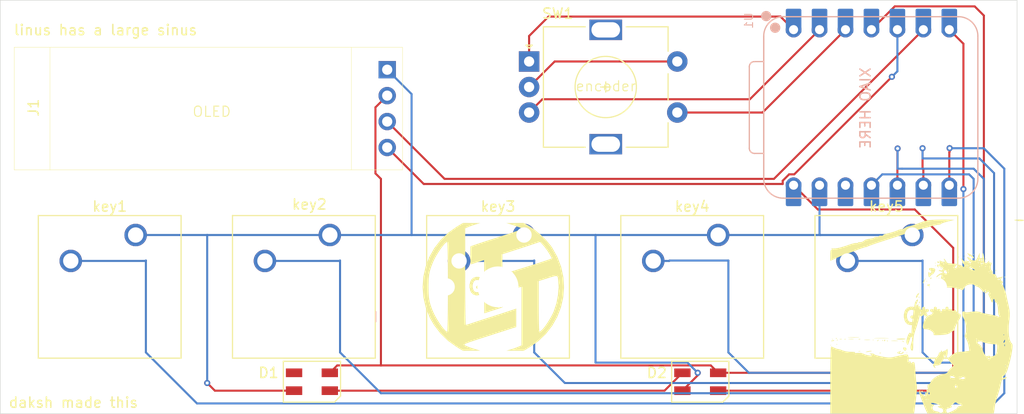
<source format=kicad_pcb>
(kicad_pcb (version 20241229) (generator "pcbnew") (generator_version "9.0")
  (layers (0 "F.Cu" signal) (2 "B.Cu" signal) (13 "F.Paste" user) (15 "B.Paste" user) (5 "F.SilkS" user "F.Silkscreen") (7 "B.SilkS" user "B.Silkscreen") (1 "F.Mask" user) (3 "B.Mask" user) (25 "Edge.Cuts" user))
  (net 0 "")
  (net 1 "Net-(D1-DIN)")
  (net 2 "GND")
  (net 4 "+5V")
  (net 5 "Net-(D2-DIN)")
  (net 6 "Net-(U1-GPIO2{slash}SCK)")
  (net 7 "Net-(U1-GPIO4{slash}MISO)")
  (net 8 "Net-(U1-GPIO3{slash}MOSI)")
  (net 9 "Net-(U1-GPIO1{slash}RX)")
  (net 10 "Net-(U1-GPIO28{slash}ADC2{slash}A2)")
  (net 11 "Net-(U1-GPIO26{slash}ADC0{slash}A0)")
  (net 12 "Net-(J1-Pin_4)")
  (net 13 "Net-(U1-GPIO27{slash}ADC1{slash}A1)")
  (net 14 "Net-(J1-Pin_3)")
  (net 15 "Net-(U1-GPIO0{slash}TX)")
  (net 17 "Net-(SW1-PadC)")
  (footprint "OLED display:SSD1306-0.91-OLED-4pin-128x32" (layer "F.Cu") (at 73.115 85.115)
    (property "Reference" "J1" (at 1.9 5.91 90) (layer "F.SilkS"))
    (property "Value" "Conn_01x04_Pin")
    (pad "1" thru_hole rect (at 36.5 2.19) (size 1.7 1.7) (drill 1) (layers "*.Cu" "*.Mask") (net 2 "GND"))
    (pad "2" thru_hole oval (at 36.5 4.73) (size 1.7 1.7) (drill 1) (layers "*.Cu" "*.Mask") (net 4 "+5V"))
    (pad "3" thru_hole oval (at 36.5 7.27) (size 1.7 1.7) (drill 1) (layers "*.Cu" "*.Mask") (net 14 "Net-(J1-Pin_3)"))
    (pad "4" thru_hole oval (at 36.5 9.81) (size 1.7 1.7) (drill 1) (layers "*.Cu" "*.Mask") (net 12 "Net-(J1-Pin_4)"))
  )
  (footprint "Button_Switch_Keyboard:SW_Cherry_MX_1.00u_PCB" (layer "F.Cu") (at 104 103.5)
    (property "Reference" "Stop1" (hide yes))
    (property "Value" "SW_Push" (hide yes))
    (pad "" np_thru_hole circle (at -7.62 5.08) (size 1.7 1.7) (drill 1.7) (layers "*.Cu" "*.Mask"))
    (pad "" np_thru_hole circle (at -2.54 5.08) (size 4 4) (drill 4) (layers "*.Cu" "*.Mask"))
    (pad "" np_thru_hole circle (at 2.54 5.08) (size 1.7 1.7) (drill 1.7) (layers "*.Cu" "*.Mask"))
    (pad "1" thru_hole circle (at 0 0) (size 2.2 2.2) (drill 1.5) (layers "*.Cu" "*.Mask") (net 2 "GND"))
    (pad "2" thru_hole circle (at -6.35 2.54) (size 2.2 2.2) (drill 1.5) (layers "*.Cu" "*.Mask") (net 6 "Net-(U1-GPIO2{slash}SCK)"))
  )
  (footprint "LOGO" (layer "F.Cu") (at 120 108.58)
    (property "Reference" "G***" (at 0 0 0) (layer "F.SilkS") (effects (font (size 1.5 1.5) (thickness 0.3))))
    (property "Value" "LOGO" (hide yes))
  )
  (footprint "Button_Switch_Keyboard:SW_Cherry_MX_1.00u_PCB" (layer "F.Cu") (at 85 103.5)
    (property "Reference" "key1" (at -2.54 -2.794 0) (layer "F.SilkS"))
    (property "Value" "SW_Push" (hide yes))
    (pad "" np_thru_hole circle (at -7.62 5.08) (size 1.7 1.7) (drill 1.7) (layers "*.Cu" "*.Mask"))
    (pad "" np_thru_hole circle (at -2.54 5.08) (size 4 4) (drill 4) (layers "*.Cu" "*.Mask"))
    (pad "" np_thru_hole circle (at 2.54 5.08) (size 1.7 1.7) (drill 1.7) (layers "*.Cu" "*.Mask"))
    (pad "1" thru_hole circle (at 0 0) (size 2.2 2.2) (drill 1.5) (layers "*.Cu" "*.Mask") (net 2 "GND"))
    (pad "2" thru_hole circle (at -6.35 2.54) (size 2.2 2.2) (drill 1.5) (layers "*.Cu" "*.Mask") (net 9 "Net-(U1-GPIO1{slash}RX)"))
  )
  (footprint "Button_Switch_Keyboard:SW_Cherry_MX_1.00u_PCB" (layer "F.Cu") (at 161 103.5)
    (property "Reference" "key5" (at -2.54 -2.794 0) (layer "F.SilkS"))
    (property "Value" "SW_Push" (hide yes))
    (pad "" np_thru_hole circle (at -7.62 5.08) (size 1.7 1.7) (drill 1.7) (layers "*.Cu" "*.Mask"))
    (pad "" np_thru_hole circle (at -2.54 5.08) (size 4 4) (drill 4) (layers "*.Cu" "*.Mask"))
    (pad "" np_thru_hole circle (at 2.54 5.08) (size 1.7 1.7) (drill 1.7) (layers "*.Cu" "*.Mask"))
    (pad "1" thru_hole circle (at 0 0) (size 2.2 2.2) (drill 1.5) (layers "*.Cu" "*.Mask") (net 2 "GND"))
    (pad "2" thru_hole circle (at -6.35 2.54) (size 2.2 2.2) (drill 1.5) (layers "*.Cu" "*.Mask") (net 15 "Net-(U1-GPIO0{slash}TX)"))
  )
  (footprint "Button_Switch_Keyboard:SW_Cherry_MX_1.00u_PCB" (layer "F.Cu") (at 123 103.5)
    (property "Reference" "Continue1" (hide yes))
    (property "Value" "SW_Push" (hide yes))
    (fp_text user "key3" (at -2.54 -2.794 0) (layer "F.SilkS"))
    (pad "" np_thru_hole circle (at -7.62 5.08) (size 1.7 1.7) (drill 1.7) (layers "*.Cu" "*.Mask"))
    (pad "" np_thru_hole circle (at -2.54 5.08) (size 4 4) (drill 4) (layers "*.Cu" "*.Mask"))
    (pad "" np_thru_hole circle (at 2.54 5.08) (size 1.7 1.7) (drill 1.7) (layers "*.Cu" "*.Mask"))
    (pad "1" thru_hole circle (at 0 0) (size 2.2 2.2) (drill 1.5) (layers "*.Cu" "*.Mask") (net 2 "GND"))
    (pad "2" thru_hole circle (at -6.35 2.54) (size 2.2 2.2) (drill 1.5) (layers "*.Cu" "*.Mask") (net 7 "Net-(U1-GPIO4{slash}MISO)"))
  )
  (footprint "Rotary_Encoder:RotaryEncoder_Alps_EC11E-Switch_Vertical_H20mm" (layer "F.Cu") (at 123.5 86.5)
    (property "Reference" "SW1" (at 2.8 -4.7 0) (layer "F.SilkS"))
    (property "Value" "RotaryEncoder_Switch")
    (pad "A" thru_hole rect (at 0 0) (size 2 2) (drill 1) (layers "*.Cu" "*.Mask") (net 11 "Net-(U1-GPIO26{slash}ADC0{slash}A0)"))
    (pad "B" thru_hole circle (at 0 5) (size 2 2) (drill 1) (layers "*.Cu" "*.Mask") (net 13 "Net-(U1-GPIO27{slash}ADC1{slash}A1)"))
    (pad "C" thru_hole circle (at 0 2.5) (size 2 2) (drill 1) (layers "*.Cu" "*.Mask") (net 17 "Net-(SW1-PadC)"))
    (pad "MP" thru_hole rect (at 7.5 -3.1) (size 3.2 2) (drill oval 2.8 1.5) (layers "*.Cu" "*.Mask"))
    (pad "MP" thru_hole rect (at 7.5 8.1) (size 3.2 2) (drill oval 2.8 1.5) (layers "*.Cu" "*.Mask"))
    (pad "S1" thru_hole circle (at 14.5 5) (size 2 2) (drill 1) (layers "*.Cu" "*.Mask") (net 10 "Net-(U1-GPIO28{slash}ADC2{slash}A2)"))
    (pad "S2" thru_hole circle (at 14.5 0) (size 2 2) (drill 1) (layers "*.Cu" "*.Mask") (net 17 "Net-(SW1-PadC)"))
  )
  (footprint "LOGO" (layer "F.Cu") (at 162.5 111.5)
    (property "Reference" "G***" (at 0 0 0) (layer "F.SilkS") (effects (font (size 1.5 1.5) (thickness 0.3))))
    (property "Value" "LOGO" (hide yes))
  )
  (footprint "LED_SMD:LED_SK6812MINI_PLCC4_3.5x3.5mm_P1.75mm" (layer "F.Cu") (at 140.25 117.875)
    (property "Reference" "D2" (at -4.25 -0.875 0) (layer "F.SilkS"))
    (property "Value" "SK6812MINI" (hide yes))
    (pad "1" smd rect (at -1.75 -0.875) (size 1.6 0.85) (layers "F.Cu" "F.Mask" "F.Paste") (net 1 "Net-(D1-DIN)"))
    (pad "2" smd rect (at -1.75 0.875) (size 1.6 0.85) (layers "F.Cu" "F.Mask" "F.Paste") (net 2 "GND"))
    (pad "3" smd rect (at 1.75 0.875) (size 1.6 0.85) (layers "F.Cu" "F.Mask" "F.Paste") (net 5 "Net-(D2-DIN)"))
    (pad "4" smd rect (at 1.75 -0.875) (size 1.6 0.85) (layers "F.Cu" "F.Mask" "F.Paste") (net 4 "+5V"))
  )
  (footprint "LED_SMD:LED_SK6812MINI_PLCC4_3.5x3.5mm_P1.75mm" (layer "F.Cu") (at 102.25 117.875)
    (property "Reference" "D1" (at -4.25 -0.875 0) (layer "F.SilkS"))
    (property "Value" "SK6812MINI" (hide yes))
    (pad "1" smd rect (at -1.75 -0.875) (size 1.6 0.85) (layers "F.Cu" "F.Mask" "F.Paste"))
    (pad "2" smd rect (at -1.75 0.875) (size 1.6 0.85) (layers "F.Cu" "F.Mask" "F.Paste") (net 2 "GND"))
    (pad "3" smd rect (at 1.75 0.875) (size 1.6 0.85) (layers "F.Cu" "F.Mask" "F.Paste") (net 1 "Net-(D1-DIN)"))
    (pad "4" smd rect (at 1.75 -0.875) (size 1.6 0.85) (layers "F.Cu" "F.Mask" "F.Paste") (net 4 "+5V"))
  )
  (footprint "Button_Switch_Keyboard:SW_Cherry_MX_1.00u_PCB" (layer "F.Cu") (at 142 103.5)
    (property "Reference" "key4" (at -2.54 -2.794 0) (layer "F.SilkS"))
    (property "Value" "SW_Push" (hide yes))
    (pad "" np_thru_hole circle (at -7.62 5.08) (size 1.7 1.7) (drill 1.7) (layers "*.Cu" "*.Mask"))
    (pad "" np_thru_hole circle (at -2.54 5.08) (size 4 4) (drill 4) (layers "*.Cu" "*.Mask"))
    (pad "" np_thru_hole circle (at 2.54 5.08) (size 1.7 1.7) (drill 1.7) (layers "*.Cu" "*.Mask"))
    (pad "1" thru_hole circle (at 0 0) (size 2.2 2.2) (drill 1.5) (layers "*.Cu" "*.Mask") (net 2 "GND"))
    (pad "2" thru_hole circle (at -6.35 2.54) (size 2.2 2.2) (drill 1.5) (layers "*.Cu" "*.Mask") (net 8 "Net-(U1-GPIO3{slash}MOSI)"))
  )
  (footprint "OPL:XIAO-RP2040-DIP" (layer "B.Cu") (at 157 91 -90)
    (property "Reference" "U1" (at -8.5 12 90) (layer "B.SilkS") (effects (font (size 0.8 0.8) (thickness 0.1016)) (justify mirror)))
    (property "Value" "XIAO-RP2040-DIP" (hide yes))
    (pad "1" smd roundrect (at -8.455 7.62 90) (size 2.432 1.524) (layers "B.Cu" "B.Mask") (roundrect_rratio 0.1) (net 11 "Net-(U1-GPIO26{slash}ADC0{slash}A0)"))
    (pad "1" thru_hole circle (at -7.62 7.62 90) (size 1.524 1.524) (drill 0.889) (layers "*.Cu" "*.Mask") (net 11 "Net-(U1-GPIO26{slash}ADC0{slash}A0)"))
    (pad "2" smd roundrect (at -8.455 5.08 90) (size 2.432 1.524) (layers "B.Cu" "B.Mask") (roundrect_rratio 0.1) (net 13 "Net-(U1-GPIO27{slash}ADC1{slash}A1)"))
    (pad "2" thru_hole circle (at -7.62 5.08 90) (size 1.524 1.524) (drill 0.889) (layers "*.Cu" "*.Mask") (net 13 "Net-(U1-GPIO27{slash}ADC1{slash}A1)"))
    (pad "3" smd roundrect (at -8.455 2.54 90) (size 2.432 1.524) (layers "B.Cu" "B.Mask") (roundrect_rratio 0.1) (net 10 "Net-(U1-GPIO28{slash}ADC2{slash}A2)"))
    (pad "3" thru_hole circle (at -7.62 2.54 90) (size 1.524 1.524) (drill 0.889) (layers "*.Cu" "*.Mask") (net 10 "Net-(U1-GPIO28{slash}ADC2{slash}A2)"))
    (pad "4" smd roundrect (at -8.455 0 90) (size 2.432 1.524) (layers "B.Cu" "B.Mask") (roundrect_rratio 0.1) (net 5 "Net-(D2-DIN)"))
    (pad "4" thru_hole circle (at -7.62 0 90) (size 1.524 1.524) (drill 0.889) (layers "*.Cu" "*.Mask") (net 5 "Net-(D2-DIN)"))
    (pad "5" smd roundrect (at -8.455 -2.54 90) (size 2.432 1.524) (layers "B.Cu" "B.Mask") (roundrect_rratio 0.1) (net 12 "Net-(J1-Pin_4)"))
    (pad "5" thru_hole circle (at -7.62 -2.54 90) (size 1.524 1.524) (drill 0.889) (layers "*.Cu" "*.Mask") (net 12 "Net-(J1-Pin_4)"))
    (pad "6" smd roundrect (at -8.455 -5.08 90) (size 2.432 1.524) (layers "B.Cu" "B.Mask") (roundrect_rratio 0.1) (net 14 "Net-(J1-Pin_3)"))
    (pad "6" thru_hole circle (at -7.62 -5.08 90) (size 1.524 1.524) (drill 0.889) (layers "*.Cu" "*.Mask") (net 14 "Net-(J1-Pin_3)"))
    (pad "7" smd roundrect (at -8.455 -7.62 90) (size 2.432 1.524) (layers "B.Cu" "B.Mask") (roundrect_rratio 0.1) (net 15 "Net-(U1-GPIO0{slash}TX)"))
    (pad "7" thru_hole circle (at -7.62 -7.62 90) (size 1.524 1.524) (drill 0.889) (layers "*.Cu" "*.Mask") (net 15 "Net-(U1-GPIO0{slash}TX)"))
    (pad "8" thru_hole circle (at 7.62 -7.62 270) (size 1.524 1.524) (drill 0.889) (layers "*.Cu" "*.Mask") (net 9 "Net-(U1-GPIO1{slash}RX)"))
    (pad "8" smd roundrect (at 8.455 -7.62 270) (size 2.432 1.524) (layers "B.Cu" "B.Mask") (roundrect_rratio 0.1) (net 9 "Net-(U1-GPIO1{slash}RX)"))
    (pad "9" thru_hole circle (at 7.62 -5.08 270) (size 1.524 1.524) (drill 0.889) (layers "*.Cu" "*.Mask") (net 6 "Net-(U1-GPIO2{slash}SCK)"))
    (pad "9" smd roundrect (at 8.455 -5.08 270) (size 2.432 1.524) (layers "B.Cu" "B.Mask") (roundrect_rratio 0.1) (net 6 "Net-(U1-GPIO2{slash}SCK)"))
    (pad "10" thru_hole circle (at 7.62 -2.54 270) (size 1.524 1.524) (drill 0.889) (layers "*.Cu" "*.Mask") (net 7 "Net-(U1-GPIO4{slash}MISO)"))
    (pad "10" smd roundrect (at 8.455 -2.54 270) (size 2.432 1.524) (layers "B.Cu" "B.Mask") (roundrect_rratio 0.1) (net 7 "Net-(U1-GPIO4{slash}MISO)"))
    (pad "11" thru_hole circle (at 7.62 0 270) (size 1.524 1.524) (drill 0.889) (layers "*.Cu" "*.Mask") (net 8 "Net-(U1-GPIO3{slash}MOSI)"))
    (pad "11" smd roundrect (at 8.455 0 270) (size 2.432 1.524) (layers "B.Cu" "B.Mask") (roundrect_rratio 0.1) (net 8 "Net-(U1-GPIO3{slash}MOSI)"))
    (pad "12" thru_hole circle (at 7.62 2.54 270) (size 1.524 1.524) (drill 0.889) (layers "*.Cu" "*.Mask"))
    (pad "12" smd roundrect (at 8.455 2.54 270) (size 2.432 1.524) (layers "B.Cu" "B.Mask") (roundrect_rratio 0.1))
    (pad "13" thru_hole circle (at 7.62 5.08 270) (size 1.524 1.524) (drill 0.889) (layers "*.Cu" "*.Mask") (net 2 "GND"))
    (pad "13" smd roundrect (at 8.455 5.08 270) (size 2.432 1.524) (layers "B.Cu" "B.Mask") (roundrect_rratio 0.1) (net 2 "GND"))
    (pad "14" thru_hole circle (at 7.62 7.62 270) (size 1.524 1.524) (drill 0.889) (layers "*.Cu" "*.Mask") (net 4 "+5V"))
    (pad "14" smd roundrect (at 8.455 7.62 270) (size 2.432 1.524) (layers "B.Cu" "B.Mask") (roundrect_rratio 0.1) (net 4 "+5V"))
  )
  (gr_line (start 108.5 111) (end 108.5 112) (stroke (width 0.1)) (layer "B.SilkS"))
  (gr_rect (start 71.75 80.5) (end 171.25 121) (stroke (width 0.05)) (fill no) (layer "Edge.Cuts"))
  (gr_text "linus has a large sinus\n" (at 73 84 0) (layer "F.SilkS") (effects (font (size 1 1)) (justify left bottom)))
  (gr_text "encoder\n" (at 128 89.5 0) (layer "F.SilkS") (effects (font (size 1 1) (thickness 0.1)) (justify left bottom)))
  (gr_text "OLED" (at 90.5 92 0) (layer "F.SilkS") (effects (font (size 1 1) (thickness 0.1)) (justify left bottom)))
  (gr_text "daksh made this\n" (at 72.5 120.5 0) (layer "F.SilkS") (effects (font (size 1 1)) (justify left bottom)))
  (gr_text "key2" (at 102 100.5 0) (layer "F.SilkS") (effects (font (size 1 1))))
  (gr_text "XIAO HERE" (at 157 87 90) (layer "B.SilkS") (effects (font (size 1 1)) (justify left bottom mirror)))
  (segment (start 104 118.75) (end 136.75 118.75) (width 0.2) (layer "F.Cu") (net 1))
  (segment (start 136.75 118.75) (end 138.5 117) (width 0.2) (layer "F.Cu") (net 1))
  (segment (start 92.75 118.75) (end 92 118) (width 0.2) (layer "F.Cu") (net 2))
  (segment (start 140 117.25) (end 140 117) (width 0.2) (layer "F.Cu") (net 2))
  (segment (start 138.5 118.75) (end 140 117.25) (width 0.2) (layer "F.Cu") (net 2))
  (segment (start 100.5 118.75) (end 92.75 118.75) (width 0.2) (layer "F.Cu") (net 2))
  (via (at 92 118) (size 0.6) (drill 0.3) (layers "F.Cu" "B.Cu") (net 2))
  (via (at 140 117) (size 0.6) (drill 0.3) (layers "F.Cu" "B.Cu") (net 2))
  (segment (start 92 103.5) (end 92 118) (width 0.2) (layer "B.Cu") (net 2))
  (segment (start 130 103.5) (end 142 103.5) (width 0.2) (layer "B.Cu") (net 2))
  (segment (start 142 103.5) (end 152 103.5) (width 0.2) (layer "B.Cu") (net 2))
  (segment (start 92 103.5) (end 104 103.5) (width 0.2) (layer "B.Cu") (net 2))
  (segment (start 140 117) (end 139 116) (width 0.2) (layer "B.Cu") (net 2))
  (segment (start 130 116) (end 130 103.5) (width 0.2) (layer "B.Cu") (net 2))
  (segment (start 123 103.5) (end 130 103.5) (width 0.2) (layer "B.Cu") (net 2))
  (segment (start 109.615 87.305) (end 112 89.69) (width 0.2) (layer "B.Cu") (net 2))
  (segment (start 112 89.69) (end 112 103.5) (width 0.2) (layer "B.Cu") (net 2))
  (segment (start 151.92 98.62) (end 151.92 103.42) (width 0.2) (layer "B.Cu") (net 2))
  (segment (start 112 103.5) (end 123 103.5) (width 0.2) (layer "B.Cu") (net 2))
  (segment (start 151.92 103.42) (end 152 103.5) (width 0.2) (layer "B.Cu") (net 2))
  (segment (start 104 103.5) (end 112 103.5) (width 0.2) (layer "B.Cu") (net 2))
  (segment (start 139 116) (end 130 116) (width 0.2) (layer "B.Cu") (net 2))
  (segment (start 152 103.5) (end 161 103.5) (width 0.2) (layer "B.Cu") (net 2))
  (segment (start 85 103.5) (end 92 103.5) (width 0.2) (layer "B.Cu") (net 2))
  (segment (start 104.725 116.275) (end 109 116.275) (width 0.2) (layer "F.Cu") (net 4))
  (segment (start 151.76 101) (end 149.38 98.62) (width 0.2) (layer "F.Cu") (net 4))
  (segment (start 165 117) (end 165 104.76) (width 0.2) (layer "F.Cu") (net 4))
  (segment (start 109 98) (end 108.464 97.464) (width 0.2) (layer "F.Cu") (net 4))
  (segment (start 165 104.76) (end 161.24 101) (width 0.2) (layer "F.Cu") (net 4))
  (segment (start 109 98) (end 109 116.275) (width 0.2) (layer "F.Cu") (net 4))
  (segment (start 141.275 116.275) (end 142 117) (width 0.2) (layer "F.Cu") (net 4))
  (segment (start 104 117) (end 104.725 116.275) (width 0.2) (layer "F.Cu") (net 4))
  (segment (start 108.464 90.996) (end 109.615 89.845) (width 0.2) (layer "F.Cu") (net 4))
  (segment (start 161.24 101) (end 151.76 101) (width 0.2) (layer "F.Cu") (net 4))
  (segment (start 108.464 97.464) (end 108.464 90.996) (width 0.2) (layer "F.Cu") (net 4))
  (segment (start 109 116.275) (end 141.275 116.275) (width 0.2) (layer "F.Cu") (net 4))
  (segment (start 142 117) (end 165 117) (width 0.2) (layer "F.Cu") (net 4))
  (segment (start 168 117) (end 166.25 118.75) (width 0.2) (layer "F.Cu") (net 5))
  (segment (start 168 82) (end 168 117) (width 0.2) (layer "F.Cu") (net 5))
  (segment (start 157 83.38) (end 159.28 81.1) (width 0.2) (layer "F.Cu") (net 5))
  (segment (start 159.28 81.1) (end 167.1 81.1) (width 0.2) (layer "F.Cu") (net 5))
  (segment (start 167.1 81.1) (end 168 82) (width 0.2) (layer "F.Cu") (net 5))
  (segment (start 166.25 118.75) (end 142 118.75) (width 0.2) (layer "F.Cu") (net 5))
  (segment (start 162 95) (end 162 97) (width 0.2) (layer "F.Cu") (net 6))
  (segment (start 162.08 97.08) (end 162.08 98.62) (width 0.2) (layer "F.Cu") (net 6))
  (segment (start 162 97) (end 162.08 97.08) (width 0.2) (layer "F.Cu") (net 6))
  (via (at 162 95) (size 0.6) (drill 0.3) (layers "F.Cu" "B.Cu") (net 6))
  (segment (start 97.65 106.04) (end 104.96 106.04) (width 0.2) (layer "B.Cu") (net 6))
  (segment (start 162 96) (end 162 95) (width 0.2) (layer "B.Cu") (net 6))
  (segment (start 169 112.847786) (end 169 97.434315) (width 0.2) (layer "B.Cu") (net 6))
  (segment (start 105 115) (end 109 119) (width 0.2) (layer "B.Cu") (net 6))
  (segment (start 104.96 106.04) (end 105 106) (width 0.2) (layer "B.Cu") (net 6))
  (segment (start 167.565685 96) (end 162 96) (width 0.2) (layer "B.Cu") (net 6))
  (segment (start 105 106) (end 105 115) (width 0.2) (layer "B.Cu") (net 6))
  (segment (start 168 119) (end 169 118) (width 0.2) (layer "B.Cu") (net 6))
  (segment (start 169 97.434315) (end 167.565685 96) (width 0.2) (layer "B.Cu") (net 6))
  (segment (start 109 119) (end 168 119) (width 0.2) (layer "B.Cu") (net 6))
  (segment (start 169 118) (end 169 112.847786) (width 0.2) (layer "B.Cu") (net 6))
  (segment (start 159.54 95.044273) (end 159.54 98.62) (width 0.2) (layer "F.Cu") (net 7))
  (segment (start 159.560417 95.023856) (end 159.54 95.044273) (width 0.2) (layer "F.Cu") (net 7))
  (via (at 159.560417 95.023856) (size 0.6) (drill 0.3) (layers "F.Cu" "B.Cu") (net 7))
  (segment (start 159.560417 96.992577) (end 159.560417 95.023856) (width 0.2) (layer "B.Cu") (net 7))
  (segment (start 168 98) (end 167 97) (width 0.2) (layer "B.Cu") (net 7))
  (segment (start 167 118) (end 168 117) (width 0.2) (layer "B.Cu") (net 7))
  (segment (start 160 97) (end 159.552994 97) (width 0.2) (layer "B.Cu") (net 7))
  (segment (start 124 106) (end 124 115) (width 0.2) (layer "B.Cu") (net 7))
  (segment (start 159.552994 97) (end 159.560417 96.992577) (width 0.2) (layer "B.Cu") (net 7))
  (segment (start 123.96 106.04) (end 124 106) (width 0.2) (layer "B.Cu") (net 7))
  (segment (start 168 117) (end 168 98) (width 0.2) (layer "B.Cu") (net 7))
  (segment (start 167 97) (end 160 97) (width 0.2) (layer "B.Cu") (net 7))
  (segment (start 116.65 106.04) (end 123.96 106.04) (width 0.2) (layer "B.Cu") (net 7))
  (segment (start 127 118) (end 167 118) (width 0.2) (layer "B.Cu") (net 7))
  (segment (start 124 115) (end 127 118) (width 0.2) (layer "B.Cu") (net 7))
  (segment (start 167 98) (end 166.558 97.558) (width 0.2) (layer "B.Cu") (net 8))
  (segment (start 158.062 97.558) (end 157 98.62) (width 0.2) (layer "B.Cu") (net 8))
  (segment (start 145 117) (end 166 117) (width 0.2) (layer "B.Cu") (net 8))
  (segment (start 166.558 97.558) (end 158.062 97.558) (width 0.2) (layer "B.Cu") (net 8))
  (segment (start 137.245634 106) (end 143 106) (width 0.2) (layer "B.Cu") (net 8))
  (segment (start 137.205634 106.04) (end 137.245634 106) (width 0.2) (layer "B.Cu") (net 8))
  (segment (start 135.65 106.04) (end 137.205634 106.04) (width 0.2) (layer "B.Cu") (net 8))
  (segment (start 167 116) (end 167 98) (width 0.2) (layer "B.Cu") (net 8))
  (segment (start 143 106) (end 143 115) (width 0.2) (layer "B.Cu") (net 8))
  (segment (start 166 117) (end 167 116) (width 0.2) (layer "B.Cu") (net 8))
  (segment (start 157 99.69763) (end 157 98.62) (width 0.2) (layer "B.Cu") (net 8))
  (segment (start 143 115) (end 145 117) (width 0.2) (layer "B.Cu") (net 8))
  (segment (start 164.649656 94.992209) (end 164.649656 95.350344) (width 0.2) (layer "F.Cu") (net 9))
  (segment (start 164.649656 95.350344) (end 164.62 95.38) (width 0.2) (layer "F.Cu") (net 9))
  (segment (start 164.62 95.38) (end 164.62 98.62) (width 0.2) (layer "F.Cu") (net 9))
  (via (at 164.649656 94.992209) (size 0.6) (drill 0.3) (layers "F.Cu" "B.Cu") (net 9))
  (segment (start 164.657447 95) (end 164.649656 94.992209) (width 0.2) (layer "B.Cu") (net 9))
  (segment (start 168 95) (end 165 95) (width 0.2) (layer "B.Cu") (net 9))
  (segment (start 170 97) (end 168 95) (width 0.2) (layer "B.Cu") (net 9))
  (segment (start 78.65 106.04) (end 85.96 106.04) (width 0.2) (layer "B.Cu") (net 9))
  (segment (start 91 120) (end 169 120) (width 0.2) (layer "B.Cu") (net 9))
  (segment (start 169 120) (end 170 119) (width 0.2) (layer "B.Cu") (net 9))
  (segment (start 91 120) (end 86 115) (width 0.2) (layer "B.Cu") (net 9))
  (segment (start 85.96 106.04) (end 86 106) (width 0.2) (layer "B.Cu") (net 9))
  (segment (start 170 115) (end 170 97) (width 0.2) (layer "B.Cu") (net 9))
  (segment (start 165 95) (end 164.657447 95) (width 0.2) (layer "B.Cu") (net 9))
  (segment (start 170 119) (end 170 115) (width 0.2) (layer "B.Cu") (net 9))
  (segment (start 86 106) (end 86 115) (width 0.2) (layer "B.Cu") (net 9))
  (segment (start 146.34 91.5) (end 154.46 83.38) (width 0.2) (layer "F.Cu") (net 10))
  (segment (start 138 91.5) (end 146.34 91.5) (width 0.2) (layer "F.Cu") (net 10))
  (segment (start 123.5 84) (end 125.401 82.099) (width 0.2) (layer "F.Cu") (net 11))
  (segment (start 148.099 82.099) (end 149.38 83.38) (width 0.2) (layer "F.Cu") (net 11))
  (segment (start 123.5 86.5) (end 123.5 84) (width 0.2) (layer "F.Cu") (net 11))
  (segment (start 125.401 82.099) (end 148.099 82.099) (width 0.2) (layer "F.Cu") (net 11))
  (segment (start 148.317 98.5) (end 148.317 98.17969) (width 0.2) (layer "F.Cu") (net 12))
  (segment (start 109.615 94.925) (end 113.19 98.5) (width 0.2) (layer "F.Cu") (net 12))
  (segment (start 113.19 98.5) (end 148.317 98.5) (width 0.2) (layer "F.Cu") (net 12))
  (segment (start 148.93969 97.557) (end 149.443 97.557) (width 0.2) (layer "F.Cu") (net 12))
  (segment (start 149.443 97.557) (end 159 88) (width 0.2) (layer "F.Cu") (net 12))
  (segment (start 148.317 98.17969) (end 148.93969 97.557) (width 0.2) (layer "F.Cu") (net 12))
  (via (at 159 88) (size 0.6) (drill 0.3) (layers "F.Cu" "B.Cu") (net 12))
  (segment (start 159 88) (end 159.54 87.46) (width 0.2) (layer "B.Cu") (net 12))
  (segment (start 159.54 87.46) (end 159.54 83.38) (width 0.2) (layer "B.Cu") (net 12))
  (segment (start 145.101 90.199) (end 151.92 83.38) (width 0.2) (layer "F.Cu") (net 13))
  (segment (start 123.5 91.5) (end 124.801 90.199) (width 0.2) (layer "F.Cu") (net 13))
  (segment (start 124.801 90.199) (end 145.101 90.199) (width 0.2) (layer "F.Cu") (net 13))
  (segment (start 115.23 98) (end 147.46 98) (width 0.2) (layer "F.Cu") (net 14))
  (segment (start 109.615 92.385) (end 115.23 98) (width 0.2) (layer "F.Cu") (net 14))
  (segment (start 147.46 98) (end 162.08 83.38) (width 0.2) (layer "F.Cu") (net 14))
  (segment (start 166 99) (end 166 84.76) (width 0.2) (layer "F.Cu") (net 15))
  (segment (start 166 84.76) (end 164.62 83.38) (width 0.2) (layer "F.Cu") (net 15))
  (via (at 166 99) (size 0.6) (drill 0.3) (layers "F.Cu" "B.Cu") (net 15))
  (segment (start 162 106) (end 162 115) (width 0.2) (layer "B.Cu") (net 15))
  (segment (start 161.96 106.04) (end 162 106) (width 0.2) (layer "B.Cu") (net 15))
  (segment (start 154.65 106.04) (end 161.96 106.04) (width 0.2) (layer "B.Cu") (net 15))
  (segment (start 163 116) (end 165 116) (width 0.2) (layer "B.Cu") (net 15))
  (segment (start 166 115) (end 166 99) (width 0.2) (layer "B.Cu") (net 15))
  (segment (start 165 116) (end 166 115) (width 0.2) (layer "B.Cu") (net 15))
  (segment (start 162 115) (end 163 116) (width 0.2) (layer "B.Cu") (net 15))
  (segment (start 123.5 89) (end 126 86.5) (width 0.2) (layer "F.Cu") (net 17))
  (segment (start 126 86.5) (end 138 86.5) (width 0.2) (layer "F.Cu") (net 17))
)
</source>
